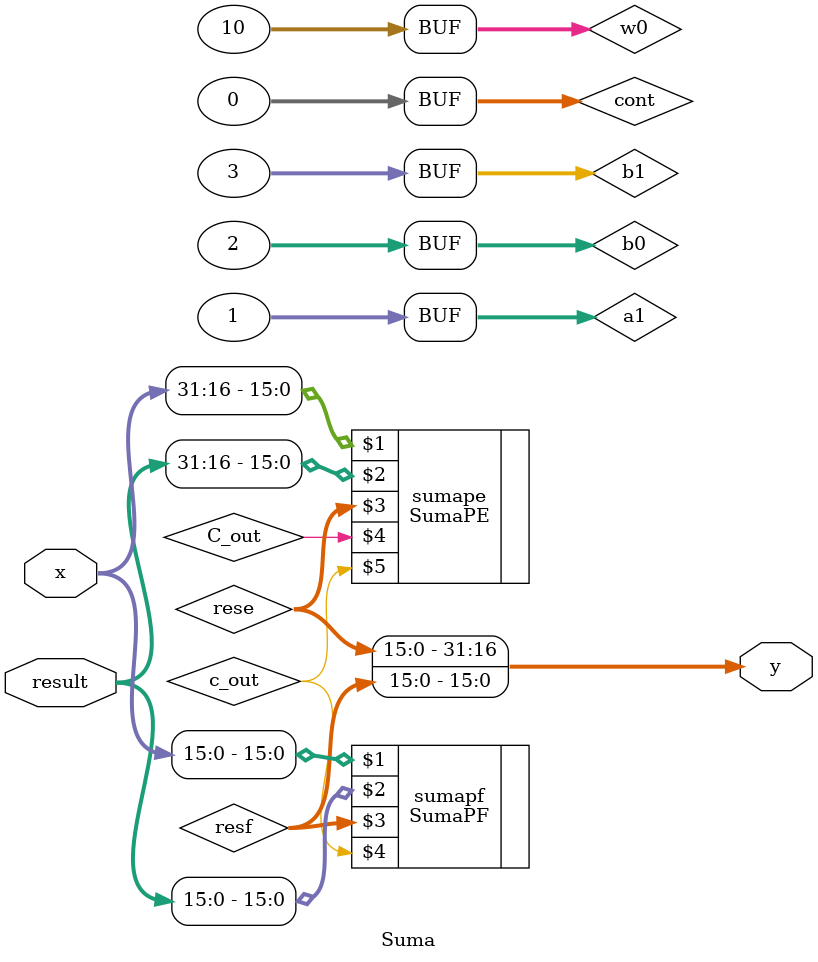
<source format=sv>
module Suma (
    input logic [31:0] x,
	 output logic [31:0] y,
	 input logic [31:0] result
);

logic [31:0] a1 = 32'd1;
logic [31:0] b0 = 32'd2;
logic [31:0] b1 = 32'd3;

logic [31:0] w0 = 32'd10;

int cont = 0;

logic [15:0] resf;
logic [15:0] rese;
logic c_out;
logic C_out; 


SumaPF sumapf (x[15:0], result[15:0], resf, c_out);
SumaPE sumape (x[31:16], result[31:16], rese, C_out, c_out);

assign y = {rese, resf};
    
endmodule

</source>
